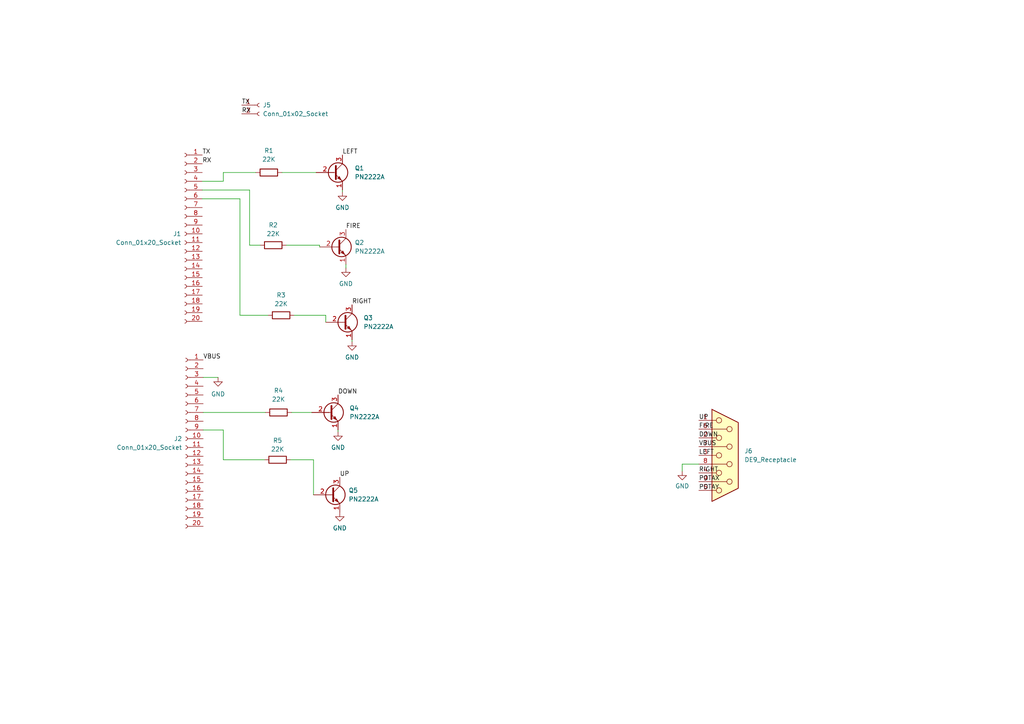
<source format=kicad_sch>
(kicad_sch (version 20230121) (generator eeschema)
  (paper "A4")
  (title_block (title "USB Controller to C64") (date "2023-11-26") (rev "v02"))
  (lib_symbols
    (symbol "Connector:Conn_01x02_Socket" (pin_names (offset 1.016) hide)
      (property "Reference" "J" (at 0 2.54 0))
      (property "Value" "Conn_01x02_Socket" (at 0 -5.08 0))
      (symbol "Conn_01x02_Socket_1_1"
        (arc (start 0 -2.032) (mid -0.5058 -2.54) (end 0 -3.048) (stroke (width 0.1524)))
        (polyline (pts (xy -1.27 -2.54) (xy -0.508 -2.54)) (stroke (width 0.1524)))
        (polyline (pts (xy -1.27 0) (xy -0.508 0)) (stroke (width 0.1524)))
        (arc (start 0 0.508) (mid -0.5058 0) (end 0 -0.508) (stroke (width 0.1524)))
        (pin passive line (at -5.08 0 0) (length 3.81) (name "Pin_1") (number "1"))
        (pin passive line (at -5.08 -2.54 0) (length 3.81) (name "Pin_2") (number "2"))
      )
    )
    (symbol "Connector:Conn_01x20_Socket" (pin_names (offset 1.016) hide)
      (property "Reference" "J" (at 0 25.4 0))
      (property "Value" "Conn_01x20_Socket" (at 0 -27.94 0))
      (symbol "Conn_01x20_Socket_1_1"
        (arc (start 0 -24.892) (mid -0.5058 -25.4) (end 0 -25.908) (stroke (width 0.1524)))
        (arc (start 0 -22.352) (mid -0.5058 -22.86) (end 0 -23.368) (stroke (width 0.1524)))
        (arc (start 0 -19.812) (mid -0.5058 -20.32) (end 0 -20.828) (stroke (width 0.1524)))
        (arc (start 0 -17.272) (mid -0.5058 -17.78) (end 0 -18.288) (stroke (width 0.1524)))
        (arc (start 0 -14.732) (mid -0.5058 -15.24) (end 0 -15.748) (stroke (width 0.1524)))
        (arc (start 0 -12.192) (mid -0.5058 -12.7) (end 0 -13.208) (stroke (width 0.1524)))
        (arc (start 0 -9.652) (mid -0.5058 -10.16) (end 0 -10.668) (stroke (width 0.1524)))
        (arc (start 0 -7.112) (mid -0.5058 -7.62) (end 0 -8.128) (stroke (width 0.1524)))
        (arc (start 0 -4.572) (mid -0.5058 -5.08) (end 0 -5.588) (stroke (width 0.1524)))
        (arc (start 0 -2.032) (mid -0.5058 -2.54) (end 0 -3.048) (stroke (width 0.1524)))
        (polyline (pts (xy -1.27 -25.4) (xy -0.508 -25.4)) (stroke (width 0.1524)))
        (polyline (pts (xy -1.27 -22.86) (xy -0.508 -22.86)) (stroke (width 0.1524)))
        (polyline (pts (xy -1.27 -20.32) (xy -0.508 -20.32)) (stroke (width 0.1524)))
        (polyline (pts (xy -1.27 -17.78) (xy -0.508 -17.78)) (stroke (width 0.1524)))
        (polyline (pts (xy -1.27 -15.24) (xy -0.508 -15.24)) (stroke (width 0.1524)))
        (polyline (pts (xy -1.27 -12.7) (xy -0.508 -12.7)) (stroke (width 0.1524)))
        (polyline (pts (xy -1.27 -10.16) (xy -0.508 -10.16)) (stroke (width 0.1524)))
        (polyline (pts (xy -1.27 -7.62) (xy -0.508 -7.62)) (stroke (width 0.1524)))
        (polyline (pts (xy -1.27 -5.08) (xy -0.508 -5.08)) (stroke (width 0.1524)))
        (polyline (pts (xy -1.27 -2.54) (xy -0.508 -2.54)) (stroke (width 0.1524)))
        (polyline (pts (xy -1.27 0) (xy -0.508 0)) (stroke (width 0.1524)))
        (polyline (pts (xy -1.27 2.54) (xy -0.508 2.54)) (stroke (width 0.1524)))
        (polyline (pts (xy -1.27 5.08) (xy -0.508 5.08)) (stroke (width 0.1524)))
        (polyline (pts (xy -1.27 7.62) (xy -0.508 7.62)) (stroke (width 0.1524)))
        (polyline (pts (xy -1.27 10.16) (xy -0.508 10.16)) (stroke (width 0.1524)))
        (polyline (pts (xy -1.27 12.7) (xy -0.508 12.7)) (stroke (width 0.1524)))
        (polyline (pts (xy -1.27 15.24) (xy -0.508 15.24)) (stroke (width 0.1524)))
        (polyline (pts (xy -1.27 17.78) (xy -0.508 17.78)) (stroke (width 0.1524)))
        (polyline (pts (xy -1.27 20.32) (xy -0.508 20.32)) (stroke (width 0.1524)))
        (polyline (pts (xy -1.27 22.86) (xy -0.508 22.86)) (stroke (width 0.1524)))
        (arc (start 0 0.508) (mid -0.5058 0) (end 0 -0.508) (stroke (width 0.1524)))
        (arc (start 0 3.048) (mid -0.5058 2.54) (end 0 2.032) (stroke (width 0.1524)))
        (arc (start 0 5.588) (mid -0.5058 5.08) (end 0 4.572) (stroke (width 0.1524)))
        (arc (start 0 8.128) (mid -0.5058 7.62) (end 0 7.112) (stroke (width 0.1524)))
        (arc (start 0 10.668) (mid -0.5058 10.16) (end 0 9.652) (stroke (width 0.1524)))
        (arc (start 0 13.208) (mid -0.5058 12.7) (end 0 12.192) (stroke (width 0.1524)))
        (arc (start 0 15.748) (mid -0.5058 15.24) (end 0 14.732) (stroke (width 0.1524)))
        (arc (start 0 18.288) (mid -0.5058 17.78) (end 0 17.272) (stroke (width 0.1524)))
        (arc (start 0 20.828) (mid -0.5058 20.32) (end 0 19.812) (stroke (width 0.1524)))
        (arc (start 0 23.368) (mid -0.5058 22.86) (end 0 22.352) (stroke (width 0.1524)))
        (pin passive line (at -5.08 22.86 0) (length 3.81) (name "Pin_1") (number "1"))
        (pin passive line (at -5.08 0 0) (length 3.81) (name "Pin_10") (number "10"))
        (pin passive line (at -5.08 -2.54 0) (length 3.81) (name "Pin_11") (number "11"))
        (pin passive line (at -5.08 -5.08 0) (length 3.81) (name "Pin_12") (number "12"))
        (pin passive line (at -5.08 -7.62 0) (length 3.81) (name "Pin_13") (number "13"))
        (pin passive line (at -5.08 -10.16 0) (length 3.81) (name "Pin_14") (number "14"))
        (pin passive line (at -5.08 -12.7 0) (length 3.81) (name "Pin_15") (number "15"))
        (pin passive line (at -5.08 -15.24 0) (length 3.81) (name "Pin_16") (number "16"))
        (pin passive line (at -5.08 -17.78 0) (length 3.81) (name "Pin_17") (number "17"))
        (pin passive line (at -5.08 -20.32 0) (length 3.81) (name "Pin_18") (number "18"))
        (pin passive line (at -5.08 -22.86 0) (length 3.81) (name "Pin_19") (number "19"))
        (pin passive line (at -5.08 20.32 0) (length 3.81) (name "Pin_2") (number "2"))
        (pin passive line (at -5.08 -25.4 0) (length 3.81) (name "Pin_20") (number "20"))
        (pin passive line (at -5.08 17.78 0) (length 3.81) (name "Pin_3") (number "3"))
        (pin passive line (at -5.08 15.24 0) (length 3.81) (name "Pin_4") (number "4"))
        (pin passive line (at -5.08 12.7 0) (length 3.81) (name "Pin_5") (number "5"))
        (pin passive line (at -5.08 10.16 0) (length 3.81) (name "Pin_6") (number "6"))
        (pin passive line (at -5.08 7.62 0) (length 3.81) (name "Pin_7") (number "7"))
        (pin passive line (at -5.08 5.08 0) (length 3.81) (name "Pin_8") (number "8"))
        (pin passive line (at -5.08 2.54 0) (length 3.81) (name "Pin_9") (number "9"))
      )
    )
    (symbol "Connector:DE9_Receptacle" (pin_names (offset 1.016) hide)
      (property "Reference" "J" (at 0 13.97 0))
      (property "Value" "DE9_Receptacle" (at 0 -14.605 0))
      (symbol "DE9_Receptacle_0_1"
        (circle (center -1.778 -10.16) (radius 0.762))
        (circle (center -1.778 -5.08) (radius 0.762))
        (circle (center -1.778 0) (radius 0.762))
        (circle (center -1.778 5.08) (radius 0.762))
        (circle (center -1.778 10.16) (radius 0.762))
        (polyline (pts (xy -3.81 -10.16) (xy -2.54 -10.16)))
        (polyline (pts (xy -3.81 -7.62) (xy 0.508 -7.62)))
        (polyline (pts (xy -3.81 -5.08) (xy -2.54 -5.08)))
        (polyline (pts (xy -3.81 -2.54) (xy 0.508 -2.54)))
        (polyline (pts (xy -3.81 0) (xy -2.54 0)))
        (polyline (pts (xy -3.81 2.54) (xy 0.508 2.54)))
        (polyline (pts (xy -3.81 5.08) (xy -2.54 5.08)))
        (polyline (pts (xy -3.81 7.62) (xy 0.508 7.62)))
        (polyline (pts (xy -3.81 10.16) (xy -2.54 10.16)))
        (polyline (pts (xy -3.81 13.335) (xy -3.81 -13.335) (xy 3.81 -9.525) (xy 3.81 9.525) (xy -3.81 13.335)) (stroke (width 0.254)) (fill (type background)))
        (circle (center 1.27 -7.62) (radius 0.762))
        (circle (center 1.27 -2.54) (radius 0.762))
        (circle (center 1.27 2.54) (radius 0.762))
        (circle (center 1.27 7.62) (radius 0.762))
      )
      (symbol "DE9_Receptacle_1_1"
        (pin passive line (at -7.62 10.16 0) (length 3.81) (name "1") (number "1"))
        (pin passive line (at -7.62 5.08 0) (length 3.81) (name "2") (number "2"))
        (pin passive line (at -7.62 0 0) (length 3.81) (name "3") (number "3"))
        (pin passive line (at -7.62 -5.08 0) (length 3.81) (name "4") (number "4"))
        (pin passive line (at -7.62 -10.16 0) (length 3.81) (name "5") (number "5"))
        (pin passive line (at -7.62 7.62 0) (length 3.81) (name "6") (number "6"))
        (pin passive line (at -7.62 2.54 0) (length 3.81) (name "7") (number "7"))
        (pin passive line (at -7.62 -2.54 0) (length 3.81) (name "8") (number "8"))
        (pin passive line (at -7.62 -7.62 0) (length 3.81) (name "9") (number "9"))
      )
    )
    (symbol "Device:R" (pin_numbers hide) (pin_names (offset 0))
      (property "Reference" "R" (at 2.032 0 90))
      (property "Value" "R" (at 0 0 90))
      (symbol "R_0_1"
        (rectangle (start -1.016 -2.54) (end 1.016 2.54) (stroke (width 0.254)))
      )
      (symbol "R_1_1"
        (pin passive line (at 0 3.81 270) (length 1.27) (name "~") (number "1"))
        (pin passive line (at 0 -3.81 90) (length 1.27) (name "~") (number "2"))
      )
    )
    (symbol "Transistor_BJT:PN2222A" (pin_names (offset 0) hide)
      (property "Reference" "Q" (at 5.08 1.905 0))
      (property "Value" "PN2222A" (at 5.08 0 0))
      (symbol "PN2222A_0_1"
        (polyline (pts (xy 0 0) (xy 0.635 0)))
        (polyline (pts (xy 2.54 -2.54) (xy 0.635 -0.635)))
        (polyline (pts (xy 2.54 2.54) (xy 0.635 0.635)))
        (polyline (pts (xy 0.635 1.905) (xy 0.635 -1.905) (xy 0.635 -1.905)) (stroke (width 0.508)))
        (polyline (pts (xy 2.413 -2.413) (xy 1.905 -1.905) (xy 1.905 -1.905)))
        (polyline (pts (xy 1.143 -1.651) (xy 1.651 -1.143) (xy 2.159 -2.159) (xy 1.143 -1.651) (xy 1.143 -1.651)) (fill (type outline)))
        (circle (center 1.27 0) (radius 2.8194) (stroke (width 0.254)))
      )
      (symbol "PN2222A_1_1"
        (pin passive line (at 2.54 -5.08 90) (length 2.54) (name "E") (number "1"))
        (pin input line (at -5.08 0 0) (length 5.08) (name "B") (number "2"))
        (pin passive line (at 2.54 5.08 270) (length 2.54) (name "C") (number "3"))
      )
    )
    (symbol "power:GND" (power) (pin_names (offset 0))
      (property "Value" "GND" (at 0 -3.81 0))
      (symbol "GND_0_1"
        (polyline (pts (xy 0 0) (xy 0 -1.27) (xy 1.27 -1.27) (xy 0 -2.54) (xy -1.27 -1.27) (xy 0 -1.27)))
      )
      (symbol "GND_1_1"
        (pin power_in line (at 0 0 270) (length 0) hide (name "GND") (number "1"))
      )
    )
  )
  (wire (pts (xy 99.314 55.626) (xy 99.314 55.118)))
  (wire (pts (xy 72.39 55.118) (xy 72.39 71.12)))
  (wire (pts (xy 84.582 119.634) (xy 90.424 119.634)))
  (wire (pts (xy 58.928 119.634) (xy 76.962 119.634)))
  (wire (pts (xy 58.928 109.474) (xy 63.246 109.474)))
  (wire (pts (xy 72.39 71.12) (xy 75.438 71.12)))
  (wire (pts (xy 69.596 91.44) (xy 77.724 91.44)))
  (wire (pts (xy 90.932 133.35) (xy 90.932 143.51)))
  (wire (pts (xy 74.168 50.038) (xy 64.77 50.038)))
  (wire (pts (xy 69.596 57.658) (xy 69.596 91.44)))
  (wire (pts (xy 64.77 124.714) (xy 58.928 124.714)))
  (wire (pts (xy 81.788 50.038) (xy 91.694 50.038)))
  (wire (pts (xy 64.77 124.714) (xy 64.77 133.35)))
  (wire (pts (xy 85.344 91.44) (xy 94.488 91.44)))
  (wire (pts (xy 202.692 134.62) (xy 197.866 134.62)))
  (wire (pts (xy 197.866 134.62) (xy 197.866 136.652)))
  (wire (pts (xy 83.058 71.12) (xy 92.71 71.12)))
  (wire (pts (xy 98.044 124.714) (xy 98.044 125.222)))
  (wire (pts (xy 76.708 133.35) (xy 64.77 133.35)))
  (wire (pts (xy 58.674 55.118) (xy 72.39 55.118)))
  (wire (pts (xy 102.108 98.552) (xy 102.108 99.06)))
  (wire (pts (xy 92.71 71.12) (xy 92.71 71.628)))
  (wire (pts (xy 58.674 57.658) (xy 69.596 57.658)))
  (wire (pts (xy 84.328 133.35) (xy 90.932 133.35)))
  (wire (pts (xy 94.488 91.44) (xy 94.488 93.472)))
  (wire (pts (xy 64.77 50.038) (xy 64.77 52.578)))
  (wire (pts (xy 64.77 52.578) (xy 58.674 52.578)))
  (wire (pts (xy 100.33 77.724) (xy 100.33 76.708)))
  (label "LEFT" (at 99.314 44.958 0))
  (label "LEFT" (at 202.692 132.08 0))
  (label "FIRE" (at 202.692 124.46 0))
  (label "RIGHT" (at 202.692 137.16 0))
  (label "RX" (at 70.104 33.02 0))
  (label "TX" (at 58.674 44.958 0))
  (label "RIGHT" (at 102.108 88.392 0))
  (label "UP" (at 98.552 138.43 0))
  (label "POTAY" (at 202.692 142.24 0))
  (label "TX" (at 70.104 30.48 0))
  (label "POTAX" (at 202.692 139.7 0))
  (label "VBUS" (at 58.928 104.394 0))
  (label "RX" (at 58.674 47.498 0))
  (label "FIRE" (at 100.33 66.548 0))
  (label "DOWN" (at 202.692 127 0))
  (label "UP" (at 202.692 121.92 0))
  (label "VBUS" (at 202.692 129.54 0))
  (label "DOWN" (at 98.044 114.554 0))
  (symbol (lib_id "Transistor_BJT:PN2222A") (at 97.79 71.628 0) (unit 1)
    (property "Reference" "Q2" (at 102.87 70.358 0) (effects (justify left)))
    (property "Value" "PN2222A" (at 102.87 72.898 0) (effects (justify left)))
    (property "Footprint" "Package_TO_SOT_THT:TO-92_Inline" (effects hide))
    (property "Datasheet" "https://www.onsemi.com/pub/Collateral/PN2222-D.PDF" (effects hide))
  )
  (symbol (lib_id "Transistor_BJT:PN2222A") (at 96.012 143.51 0) (unit 1)
    (property "Reference" "Q5" (at 101.092 142.24 0) (effects (justify left)))
    (property "Value" "PN2222A" (at 101.092 144.78 0) (effects (justify left)))
    (property "Footprint" "Package_TO_SOT_THT:TO-92_Inline" (effects hide))
    (property "Datasheet" "https://www.onsemi.com/pub/Collateral/PN2222-D.PDF" (effects hide))
  )
  (symbol (lib_id "Connector:Conn_01x02_Socket") (at 75.184 30.48 0) (unit 1)
    (property "Reference" "J5" (at 76.2 30.48 0) (effects (justify left)))
    (property "Value" "Conn_01x02_Socket" (at 76.2 33.02 0) (effects (justify left)))
    (property "Footprint" "Connector_PinSocket_2.54mm:PinSocket_1x02_P2.54mm_Vertical" (effects hide))
  )
  (symbol (lib_id "power:GND") (at 197.866 136.652 0) (unit 1)
    (property "Reference" "#PWR01" (effects hide))
    (property "Value" "GND" (at 197.866 140.97 0))
  )
  (symbol (lib_id "power:GND") (at 100.33 77.724 0) (unit 1)
    (property "Reference" "#PWR06" (effects hide))
    (property "Value" "GND" (at 100.33 82.296 0))
  )
  (symbol (lib_id "power:GND") (at 98.552 148.59 0) (unit 1)
    (property "Reference" "#PWR03" (effects hide))
    (property "Value" "GND" (at 98.552 153.162 0))
  )
  (symbol (lib_id "power:GND") (at 99.314 55.626 0) (unit 1)
    (property "Reference" "#PWR07" (effects hide))
    (property "Value" "GND" (at 99.314 60.198 0))
  )
  (symbol (lib_id "Transistor_BJT:PN2222A") (at 96.774 50.038 0) (unit 1)
    (property "Reference" "Q1" (at 102.87 48.768 0) (effects (justify left)))
    (property "Value" "PN2222A" (at 102.87 51.308 0) (effects (justify left)))
    (property "Footprint" "Package_TO_SOT_THT:TO-92_Inline" (effects hide))
    (property "Datasheet" "https://www.onsemi.com/pub/Collateral/PN2222-D.PDF" (effects hide))
  )
  (symbol (lib_id "Device:R") (at 81.534 91.44 90) (unit 1)
    (property "Reference" "R3" (at 81.534 85.598 90))
    (property "Value" "22K" (at 81.534 88.138 90))
    (property "Footprint" "Resistor_THT:R_Axial_DIN0207_L6.3mm_D2.5mm_P10.16mm_Horizontal" (effects hide))
  )
  (symbol (lib_id "power:GND") (at 63.246 109.474 0) (unit 1)
    (property "Reference" "#PWR02" (effects hide))
    (property "Value" "GND" (at 63.246 114.3 0))
  )
  (symbol (lib_id "Device:R") (at 77.978 50.038 90) (unit 1)
    (property "Reference" "R1" (at 77.978 43.688 90))
    (property "Value" "22K" (at 77.978 46.228 90))
    (property "Footprint" "Resistor_THT:R_Axial_DIN0207_L6.3mm_D2.5mm_P10.16mm_Horizontal" (effects hide))
  )
  (symbol (lib_id "power:GND") (at 98.044 125.222 0) (unit 1)
    (property "Reference" "#PWR04" (effects hide))
    (property "Value" "GND" (at 98.044 129.794 0))
  )
  (symbol (lib_id "Transistor_BJT:PN2222A") (at 99.568 93.472 0) (unit 1)
    (property "Reference" "Q3" (at 105.41 92.202 0) (effects (justify left)))
    (property "Value" "PN2222A" (at 105.41 94.742 0) (effects (justify left)))
    (property "Footprint" "Package_TO_SOT_THT:TO-92_Inline" (effects hide))
    (property "Datasheet" "https://www.onsemi.com/pub/Collateral/PN2222-D.PDF" (effects hide))
  )
  (symbol (lib_id "Device:R") (at 80.772 119.634 90) (unit 1)
    (property "Reference" "R4" (at 80.772 113.284 90))
    (property "Value" "22K" (at 80.772 115.824 90))
    (property "Footprint" "Resistor_THT:R_Axial_DIN0207_L6.3mm_D2.5mm_P10.16mm_Horizontal" (effects hide))
  )
  (symbol (lib_id "Connector:DE9_Receptacle") (at 210.312 132.08 0) (unit 1)
    (property "Reference" "J6" (at 215.9 130.81 0) (effects (justify left)))
    (property "Value" "DE9_Receptacle" (at 215.9 133.35 0) (effects (justify left)))
    (property "Footprint" "Connector_Dsub:DSUB-9_Female_Horizontal_P2.77x2.84mm_EdgePinOffset7.70mm_Housed_MountingHolesOffset9.12mm" (effects hide))
    (property "Datasheet" " ~" (effects hide))
  )
  (symbol (lib_id "power:GND") (at 102.108 99.06 0) (unit 1)
    (property "Reference" "#PWR05" (effects hide))
    (property "Value" "GND" (at 102.108 103.632 0))
  )
  (symbol (lib_id "Connector:Conn_01x20_Socket") (at 53.594 67.818 0) (mirror y) (unit 1)
    (property "Reference" "J1" (at 52.578 67.818 0) (effects (justify left)))
    (property "Value" "Conn_01x20_Socket" (at 52.578 70.358 0) (effects (justify left)))
    (property "Footprint" "Connector_PinSocket_2.54mm:PinSocket_1x20_P2.54mm_Vertical" (effects hide))
  )
  (symbol (lib_id "Transistor_BJT:PN2222A") (at 95.504 119.634 0) (unit 1)
    (property "Reference" "Q4" (at 101.346 118.364 0) (effects (justify left)))
    (property "Value" "PN2222A" (at 101.346 120.904 0) (effects (justify left)))
    (property "Footprint" "Package_TO_SOT_THT:TO-92_Inline" (effects hide))
    (property "Datasheet" "https://www.onsemi.com/pub/Collateral/PN2222-D.PDF" (effects hide))
  )
  (symbol (lib_id "Device:R") (at 80.518 133.35 90) (unit 1)
    (property "Reference" "R5" (at 80.518 127.762 90))
    (property "Value" "22K" (at 80.518 130.302 90))
    (property "Footprint" "Resistor_THT:R_Axial_DIN0207_L6.3mm_D2.5mm_P10.16mm_Horizontal" (effects hide))
  )
  (symbol (lib_id "Device:R") (at 79.248 71.12 90) (unit 1)
    (property "Reference" "R2" (at 79.248 65.278 90))
    (property "Value" "22K" (at 79.248 67.818 90))
    (property "Footprint" "Resistor_THT:R_Axial_DIN0207_L6.3mm_D2.5mm_P10.16mm_Horizontal" (effects hide))
  )
  (symbol (lib_id "Connector:Conn_01x20_Socket") (at 53.848 127.254 0) (mirror y) (unit 1)
    (property "Reference" "J2" (at 52.832 127.254 0) (effects (justify left)))
    (property "Value" "Conn_01x20_Socket" (at 52.832 129.794 0) (effects (justify left)))
    (property "Footprint" "Connector_PinSocket_2.54mm:PinSocket_1x20_P2.54mm_Vertical" (effects hide))
  )
)
</source>
